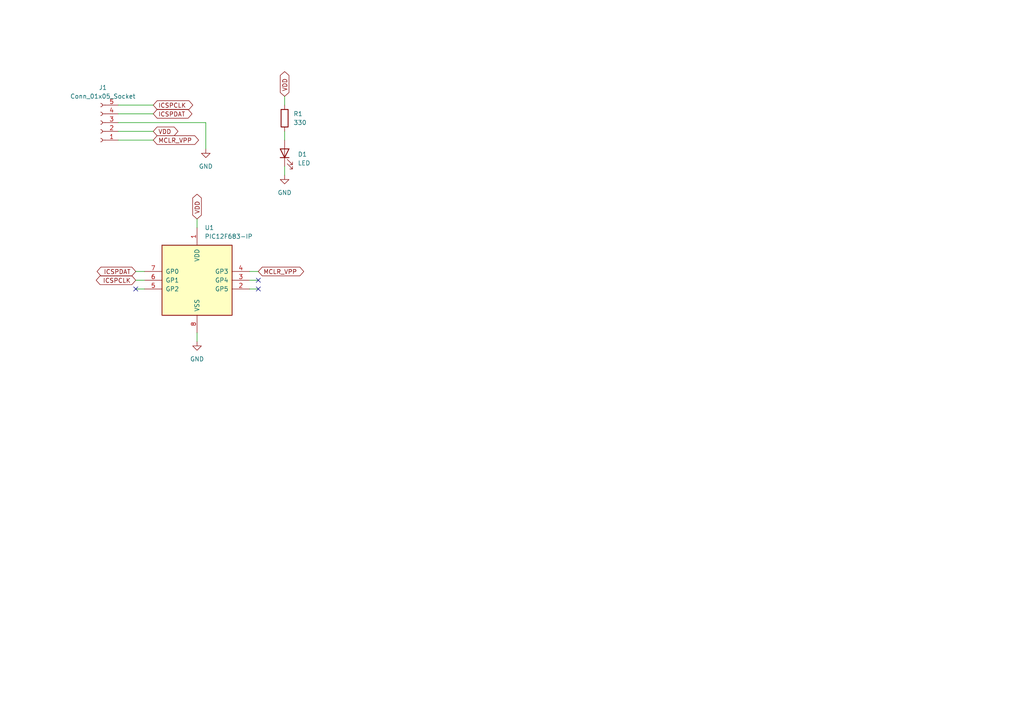
<source format=kicad_sch>
(kicad_sch (version 20230121) (generator eeschema)
  (paper "A4")
  (lib_symbols
    (symbol "Connector:Conn_01x05_Socket" (pin_names (offset 1.016) hide)
      (property "Reference" "J" (at 0 7.62 0))
      (property "Value" "Conn_01x05_Socket" (at 0 -7.62 0))
      (symbol "Conn_01x05_Socket_1_1"
        (arc (start 0 -4.572) (mid -0.5058 -5.08) (end 0 -5.588) (stroke (width 0.1524)))
        (arc (start 0 -2.032) (mid -0.5058 -2.54) (end 0 -3.048) (stroke (width 0.1524)))
        (polyline (pts (xy -1.27 -5.08) (xy -0.508 -5.08)) (stroke (width 0.1524)))
        (polyline (pts (xy -1.27 -2.54) (xy -0.508 -2.54)) (stroke (width 0.1524)))
        (polyline (pts (xy -1.27 0) (xy -0.508 0)) (stroke (width 0.1524)))
        (polyline (pts (xy -1.27 2.54) (xy -0.508 2.54)) (stroke (width 0.1524)))
        (polyline (pts (xy -1.27 5.08) (xy -0.508 5.08)) (stroke (width 0.1524)))
        (arc (start 0 0.508) (mid -0.5058 0) (end 0 -0.508) (stroke (width 0.1524)))
        (arc (start 0 3.048) (mid -0.5058 2.54) (end 0 2.032) (stroke (width 0.1524)))
        (arc (start 0 5.588) (mid -0.5058 5.08) (end 0 4.572) (stroke (width 0.1524)))
        (pin passive line (at -5.08 5.08 0) (length 3.81) (name "Pin_1") (number "1"))
        (pin passive line (at -5.08 2.54 0) (length 3.81) (name "Pin_2") (number "2"))
        (pin passive line (at -5.08 0 0) (length 3.81) (name "Pin_3") (number "3"))
        (pin passive line (at -5.08 -2.54 0) (length 3.81) (name "Pin_4") (number "4"))
        (pin passive line (at -5.08 -5.08 0) (length 3.81) (name "Pin_5") (number "5"))
      )
    )
    (symbol "Device:LED" (pin_numbers hide) (pin_names (offset 1.016) hide)
      (property "Reference" "D" (at 0 2.54 0))
      (property "Value" "LED" (at 0 -2.54 0))
      (symbol "LED_0_1"
        (polyline (pts (xy -1.27 -1.27) (xy -1.27 1.27)) (stroke (width 0.254)))
        (polyline (pts (xy -1.27 0) (xy 1.27 0)))
        (polyline (pts (xy 1.27 -1.27) (xy 1.27 1.27) (xy -1.27 0) (xy 1.27 -1.27)) (stroke (width 0.254)))
        (polyline (pts (xy -3.048 -0.762) (xy -4.572 -2.286) (xy -3.81 -2.286) (xy -4.572 -2.286) (xy -4.572 -1.524)))
        (polyline (pts (xy -1.778 -0.762) (xy -3.302 -2.286) (xy -2.54 -2.286) (xy -3.302 -2.286) (xy -3.302 -1.524)))
      )
      (symbol "LED_1_1"
        (pin passive line (at -3.81 0 0) (length 2.54) (name "K") (number "1"))
        (pin passive line (at 3.81 0 180) (length 2.54) (name "A") (number "2"))
      )
    )
    (symbol "Device:R" (pin_numbers hide) (pin_names (offset 0))
      (property "Reference" "R" (at 2.032 0 90))
      (property "Value" "R" (at 0 0 90))
      (symbol "R_0_1"
        (rectangle (start -1.016 -2.54) (end 1.016 2.54) (stroke (width 0.254)))
      )
      (symbol "R_1_1"
        (pin passive line (at 0 3.81 270) (length 1.27) (name "~") (number "1"))
        (pin passive line (at 0 -3.81 90) (length 1.27) (name "~") (number "2"))
      )
    )
    (symbol "MCU_Microchip_PIC12:PIC12F683-IP" (pin_names (offset 1.016))
      (property "Reference" "U" (at 1.27 13.97 0))
      (property "Value" "PIC12F683-IP" (at 1.27 11.43 0))
      (symbol "PIC12F683-IP_0_1"
        (rectangle (start 10.16 -10.16) (end -10.16 10.16) (stroke (width 0.254)) (fill (type background)))
      )
      (symbol "PIC12F683-IP_1_1"
        (pin power_in line (at 0 15.24 270) (length 5.08) (name "VDD") (number "1"))
        (pin bidirectional line (at 15.24 -2.54 180) (length 5.08) (name "GP5") (number "2"))
        (pin bidirectional line (at 15.24 0 180) (length 5.08) (name "GP4") (number "3"))
        (pin input line (at 15.24 2.54 180) (length 5.08) (name "GP3") (number "4"))
        (pin bidirectional line (at -15.24 -2.54 0) (length 5.08) (name "GP2") (number "5"))
        (pin bidirectional line (at -15.24 0 0) (length 5.08) (name "GP1") (number "6"))
        (pin bidirectional line (at -15.24 2.54 0) (length 5.08) (name "GP0") (number "7"))
        (pin power_in line (at 0 -15.24 90) (length 5.08) (name "VSS") (number "8"))
      )
    )
    (symbol "power:GND" (power) (pin_names (offset 0))
      (property "Value" "GND" (at 0 -3.81 0))
      (symbol "GND_0_1"
        (polyline (pts (xy 0 0) (xy 0 -1.27) (xy 1.27 -1.27) (xy 0 -2.54) (xy -1.27 -1.27) (xy 0 -1.27)))
      )
      (symbol "GND_1_1"
        (pin power_in line (at 0 0 270) (length 0) hide (name "GND") (number "1"))
      )
    )
  )
  (no_connect (at 74.93 83.82))
  (no_connect (at 39.37 83.82))
  (no_connect (at 74.93 81.28))
  (wire (pts (xy 34.29 30.48) (xy 44.45 30.48)))
  (wire (pts (xy 82.55 38.1) (xy 82.55 40.64)))
  (wire (pts (xy 34.29 35.56) (xy 59.69 35.56)))
  (wire (pts (xy 72.39 83.82) (xy 74.93 83.82)))
  (wire (pts (xy 57.15 96.52) (xy 57.15 99.06)))
  (wire (pts (xy 72.39 81.28) (xy 74.93 81.28)))
  (wire (pts (xy 39.37 81.28) (xy 41.91 81.28)))
  (wire (pts (xy 59.69 35.56) (xy 59.69 43.18)))
  (wire (pts (xy 82.55 27.94) (xy 82.55 30.48)))
  (wire (pts (xy 34.29 33.02) (xy 44.45 33.02)))
  (wire (pts (xy 34.29 38.1) (xy 44.45 38.1)))
  (wire (pts (xy 39.37 83.82) (xy 41.91 83.82)))
  (wire (pts (xy 82.55 48.26) (xy 82.55 50.8)))
  (wire (pts (xy 72.39 78.74) (xy 74.93 78.74)))
  (wire (pts (xy 39.37 78.74) (xy 41.91 78.74)))
  (wire (pts (xy 34.29 40.64) (xy 44.45 40.64)))
  (wire (pts (xy 57.15 63.5) (xy 57.15 66.04)))
  (global_label "MCLR_VPP" (shape bidirectional) (at 44.45 40.64 0) (property "Intersheetrefs" "${INTERSHEET_REFS}" (effects hide)))
  (global_label "VDD" (shape bidirectional) (at 57.15 63.5 90) (property "Intersheetrefs" "${INTERSHEET_REFS}" (effects hide)))
  (global_label "ICSPDAT" (shape bidirectional) (at 39.37 78.74 180) (property "Intersheetrefs" "${INTERSHEET_REFS}" (effects hide)))
  (global_label "MCLR_VPP" (shape bidirectional) (at 74.93 78.74 0) (property "Intersheetrefs" "${INTERSHEET_REFS}" (effects hide)))
  (global_label "VDD" (shape bidirectional) (at 44.45 38.1 0) (property "Intersheetrefs" "${INTERSHEET_REFS}" (effects hide)))
  (global_label "ICSPDAT" (shape bidirectional) (at 44.45 33.02 0) (property "Intersheetrefs" "${INTERSHEET_REFS}" (effects hide)))
  (global_label "VDD" (shape bidirectional) (at 82.55 27.94 90) (property "Intersheetrefs" "${INTERSHEET_REFS}" (effects hide)))
  (global_label "ICSPCLK" (shape bidirectional) (at 39.37 81.28 180) (property "Intersheetrefs" "${INTERSHEET_REFS}" (effects hide)))
  (global_label "ICSPCLK" (shape bidirectional) (at 44.45 30.48 0) (property "Intersheetrefs" "${INTERSHEET_REFS}" (effects hide)))
  (symbol (lib_id "power:GND") (at 59.69 43.18 0) (unit 1)
    (property "Reference" "#PWR01" (effects hide))
    (property "Value" "GND" (at 59.69 48.26 0))
  )
  (symbol (lib_id "power:GND") (at 57.15 99.06 0) (unit 1)
    (property "Reference" "#PWR03" (effects hide))
    (property "Value" "GND" (at 57.15 104.14 0))
  )
  (symbol (lib_id "MCU_Microchip_PIC12:PIC12F683-IP") (at 57.15 81.28 0) (unit 1)
    (property "Reference" "U1" (at 59.3441 66.04 0) (effects (justify left)))
    (property "Value" "PIC12F683-IP" (at 59.3441 68.58 0) (effects (justify left)))
    (property "Footprint" "Package_DIP:DIP-8_W7.62mm" (effects hide))
    (property "Datasheet" "http://ww1.microchip.com/downloads/en/DeviceDoc/41232D.pdf" (effects hide))
  )
  (symbol (lib_id "power:GND") (at 82.55 50.8 0) (unit 1)
    (property "Reference" "#PWR02" (effects hide))
    (property "Value" "GND" (at 82.55 55.88 0))
  )
  (symbol (lib_id "Connector:Conn_01x05_Socket") (at 29.21 35.56 180) (unit 1)
    (property "Reference" "J1" (at 29.845 25.4 0))
    (property "Value" "Conn_01x05_Socket" (at 29.845 27.94 0))
    (property "Footprint" "Connector_PinSocket_2.54mm:PinSocket_1x05_P2.54mm_Vertical" (effects hide))
  )
  (symbol (lib_id "Device:R") (at 82.55 34.29 0) (unit 1)
    (property "Reference" "R1" (at 85.09 33.02 0) (effects (justify left)))
    (property "Value" "330" (at 85.09 35.56 0) (effects (justify left)))
    (property "Footprint" "Resistor_THT:R_Axial_DIN0207_L6.3mm_D2.5mm_P7.62mm_Horizontal" (effects hide))
  )
  (symbol (lib_id "Device:LED") (at 82.55 44.45 90) (unit 1)
    (property "Reference" "D1" (at 86.36 44.7675 90) (effects (justify right)))
    (property "Value" "LED" (at 86.36 47.3075 90) (effects (justify right)))
    (property "Footprint" "LED_THT:LED_D3.0mm" (effects hide))
  )
)
</source>
